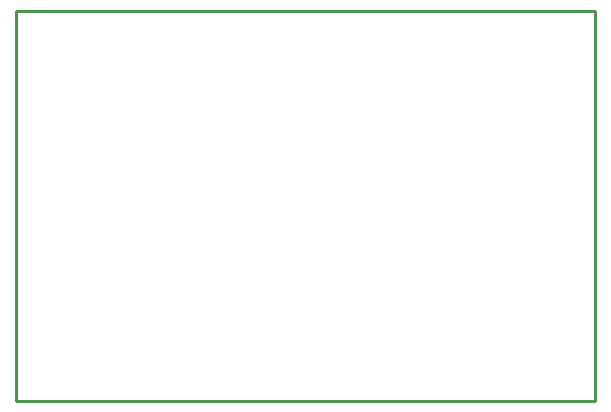
<source format=gko>
G04 Layer: BoardOutlineLayer*
G04 EasyEDA v6.5.34, 2023-09-11 20:58:26*
G04 89a12498d96e4dad869766467b3fb9f4,2c7f107921f9494b8657ce3d0c88cbd9,10*
G04 Gerber Generator version 0.2*
G04 Scale: 100 percent, Rotated: No, Reflected: No *
G04 Dimensions in millimeters *
G04 leading zeros omitted , absolute positions ,4 integer and 5 decimal *
%FSLAX45Y45*%
%MOMM*%

%ADD10C,0.2540*%
D10*
X699998Y11699976D02*
G01*
X5599988Y11699976D01*
X5599988Y8399983D01*
X699998Y8399983D01*
X699998Y11699976D01*

%LPD*%
M02*

</source>
